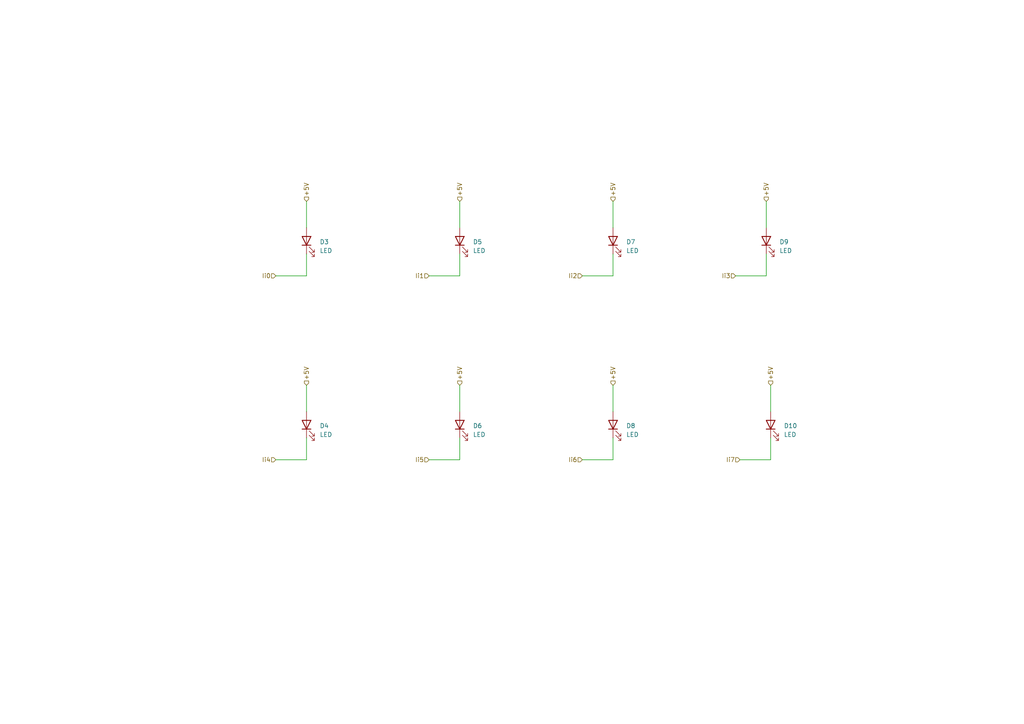
<source format=kicad_sch>
(kicad_sch (version 20250114) (generator "eeschema") (generator_version "9.0")
  (paper "A4")
  (title_block (date "2025-04-20") (rev "1.0") (company "UTN FRC") (comment 1 "Minilab") (comment 2 "Tecnicas Digitales 1") (comment 3 "Grasso y Palombo"))
  (lib_symbols
    (symbol "Device:LED" (pin_numbers (hide yes)) (pin_names (offset 1.016) (hide yes))
      (property "Reference" "D" (at 0 2.54 0))
      (property "Value" "LED" (at 0 -2.54 0))
      (symbol "LED_0_1"
        (polyline (pts (xy -3.048 -0.762) (xy -4.572 -2.286) (xy -3.81 -2.286) (xy -4.572 -2.286) (xy -4.572 -1.524)))
        (polyline (pts (xy -1.778 -0.762) (xy -3.302 -2.286) (xy -2.54 -2.286) (xy -3.302 -2.286) (xy -3.302 -1.524)))
        (polyline (pts (xy -1.27 0) (xy 1.27 0)))
        (polyline (pts (xy -1.27 -1.27) (xy -1.27 1.27)) (stroke (width 0.254)))
        (polyline (pts (xy 1.27 -1.27) (xy 1.27 1.27) (xy -1.27 0) (xy 1.27 -1.27)) (stroke (width 0.254)))
      )
      (symbol "LED_1_1"
        (pin passive line (at -3.81 0 0) (length 2.54) (name "K") (number "1"))
        (pin passive line (at 3.81 0 180) (length 2.54) (name "A") (number "2"))
      )
    )
  )
  (wire (pts (xy 133.35 80.01) (xy 133.35 73.66)))
  (wire (pts (xy 124.46 133.35) (xy 133.35 133.35)))
  (wire (pts (xy 168.91 80.01) (xy 177.8 80.01)))
  (wire (pts (xy 222.25 58.42) (xy 222.25 66.04)))
  (wire (pts (xy 80.01 133.35) (xy 88.9 133.35)))
  (wire (pts (xy 168.91 133.35) (xy 177.8 133.35)))
  (wire (pts (xy 223.52 111.76) (xy 223.52 119.38)))
  (wire (pts (xy 177.8 133.35) (xy 177.8 127)))
  (wire (pts (xy 133.35 58.42) (xy 133.35 66.04)))
  (wire (pts (xy 177.8 58.42) (xy 177.8 66.04)))
  (wire (pts (xy 133.35 133.35) (xy 133.35 127)))
  (wire (pts (xy 88.9 58.42) (xy 88.9 66.04)))
  (wire (pts (xy 177.8 80.01) (xy 177.8 73.66)))
  (wire (pts (xy 88.9 111.76) (xy 88.9 119.38)))
  (wire (pts (xy 80.01 80.01) (xy 88.9 80.01)))
  (wire (pts (xy 124.46 80.01) (xy 133.35 80.01)))
  (wire (pts (xy 223.52 133.35) (xy 223.52 127)))
  (wire (pts (xy 88.9 133.35) (xy 88.9 127)))
  (wire (pts (xy 213.36 80.01) (xy 222.25 80.01)))
  (wire (pts (xy 88.9 80.01) (xy 88.9 73.66)))
  (wire (pts (xy 214.63 133.35) (xy 223.52 133.35)))
  (wire (pts (xy 133.35 111.76) (xy 133.35 119.38)))
  (wire (pts (xy 222.25 80.01) (xy 222.25 73.66)))
  (wire (pts (xy 177.8 111.76) (xy 177.8 119.38)))
  (hierarchical_label "Ii2" (shape input) (at 168.91 80.01 180))
  (hierarchical_label "+5V" (shape input) (at 88.9 58.42 90))
  (hierarchical_label "Ii6" (shape input) (at 168.91 133.35 180))
  (hierarchical_label "+5V" (shape input) (at 133.35 58.42 90))
  (hierarchical_label "+5V" (shape input) (at 88.9 111.76 90))
  (hierarchical_label "+5V" (shape input) (at 177.8 58.42 90))
  (hierarchical_label "Ii3" (shape input) (at 213.36 80.01 180))
  (hierarchical_label "+5V" (shape input) (at 177.8 111.76 90))
  (hierarchical_label "Ii1" (shape input) (at 124.46 80.01 180))
  (hierarchical_label "+5V" (shape input) (at 222.25 58.42 90))
  (hierarchical_label "Ii5" (shape input) (at 124.46 133.35 180))
  (hierarchical_label "+5V" (shape input) (at 223.52 111.76 90))
  (hierarchical_label "Ii7" (shape input) (at 214.63 133.35 180))
  (hierarchical_label "Ii0" (shape input) (at 80.01 80.01 180))
  (hierarchical_label "Ii4" (shape input) (at 80.01 133.35 180))
  (hierarchical_label "+5V" (shape input) (at 133.35 111.76 90))
  (symbol (lib_id "Device:LED") (at 133.35 123.19 90) (unit 1)
    (property "Reference" "D6" (at 137.16 123.5074 90) (effects (justify right)))
    (property "Value" "LED" (at 137.16 126.0474 90) (effects (justify right)))
    (property "Footprint" "LED_THT:LED_Rectangular_W5.0mm_H2.0mm" (effects (hide yes)))
    (property "Description" "Light emitting diode" (effects (hide yes)))
    (property "Sim.Pins" "1=K 2=A" (effects (hide yes)))
  )
  (symbol (lib_id "Device:LED") (at 223.52 123.19 90) (unit 1)
    (property "Reference" "D10" (at 227.33 123.5074 90) (effects (justify right)))
    (property "Value" "LED" (at 227.33 126.0474 90) (effects (justify right)))
    (property "Footprint" "LED_THT:LED_Rectangular_W5.0mm_H2.0mm" (effects (hide yes)))
    (property "Description" "Light emitting diode" (effects (hide yes)))
    (property "Sim.Pins" "1=K 2=A" (effects (hide yes)))
  )
  (symbol (lib_id "Device:LED") (at 222.25 69.85 90) (unit 1)
    (property "Reference" "D9" (at 226.06 70.1674 90) (effects (justify right)))
    (property "Value" "LED" (at 226.06 72.7074 90) (effects (justify right)))
    (property "Footprint" "LED_THT:LED_Rectangular_W5.0mm_H2.0mm" (effects (hide yes)))
    (property "Description" "Light emitting diode" (effects (hide yes)))
    (property "Sim.Pins" "1=K 2=A" (effects (hide yes)))
  )
  (symbol (lib_id "Device:LED") (at 88.9 123.19 90) (unit 1)
    (property "Reference" "D4" (at 92.71 123.5074 90) (effects (justify right)))
    (property "Value" "LED" (at 92.71 126.0474 90) (effects (justify right)))
    (property "Footprint" "LED_THT:LED_Rectangular_W5.0mm_H2.0mm" (effects (hide yes)))
    (property "Description" "Light emitting diode" (effects (hide yes)))
    (property "Sim.Pins" "1=K 2=A" (effects (hide yes)))
  )
  (symbol (lib_id "Device:LED") (at 133.35 69.85 90) (unit 1)
    (property "Reference" "D5" (at 137.16 70.1674 90) (effects (justify right)))
    (property "Value" "LED" (at 137.16 72.7074 90) (effects (justify right)))
    (property "Footprint" "LED_THT:LED_Rectangular_W5.0mm_H2.0mm" (effects (hide yes)))
    (property "Description" "Light emitting diode" (effects (hide yes)))
    (property "Sim.Pins" "1=K 2=A" (effects (hide yes)))
  )
  (symbol (lib_id "Device:LED") (at 177.8 123.19 90) (unit 1)
    (property "Reference" "D8" (at 181.61 123.5074 90) (effects (justify right)))
    (property "Value" "LED" (at 181.61 126.0474 90) (effects (justify right)))
    (property "Footprint" "LED_THT:LED_Rectangular_W5.0mm_H2.0mm" (effects (hide yes)))
    (property "Description" "Light emitting diode" (effects (hide yes)))
    (property "Sim.Pins" "1=K 2=A" (effects (hide yes)))
  )
  (symbol (lib_id "Device:LED") (at 177.8 69.85 90) (unit 1)
    (property "Reference" "D7" (at 181.61 70.1674 90) (effects (justify right)))
    (property "Value" "LED" (at 181.61 72.7074 90) (effects (justify right)))
    (property "Footprint" "LED_THT:LED_Rectangular_W5.0mm_H2.0mm" (effects (hide yes)))
    (property "Description" "Light emitting diode" (effects (hide yes)))
    (property "Sim.Pins" "1=K 2=A" (effects (hide yes)))
  )
  (symbol (lib_id "Device:LED") (at 88.9 69.85 90) (unit 1)
    (property "Reference" "D3" (at 92.71 70.1674 90) (effects (justify right)))
    (property "Value" "LED" (at 92.71 72.7074 90) (effects (justify right)))
    (property "Footprint" "LED_THT:LED_Rectangular_W5.0mm_H2.0mm" (effects (hide yes)))
    (property "Description" "Light emitting diode" (effects (hide yes)))
    (property "Sim.Pins" "1=K 2=A" (effects (hide yes)))
  )
)
</source>
